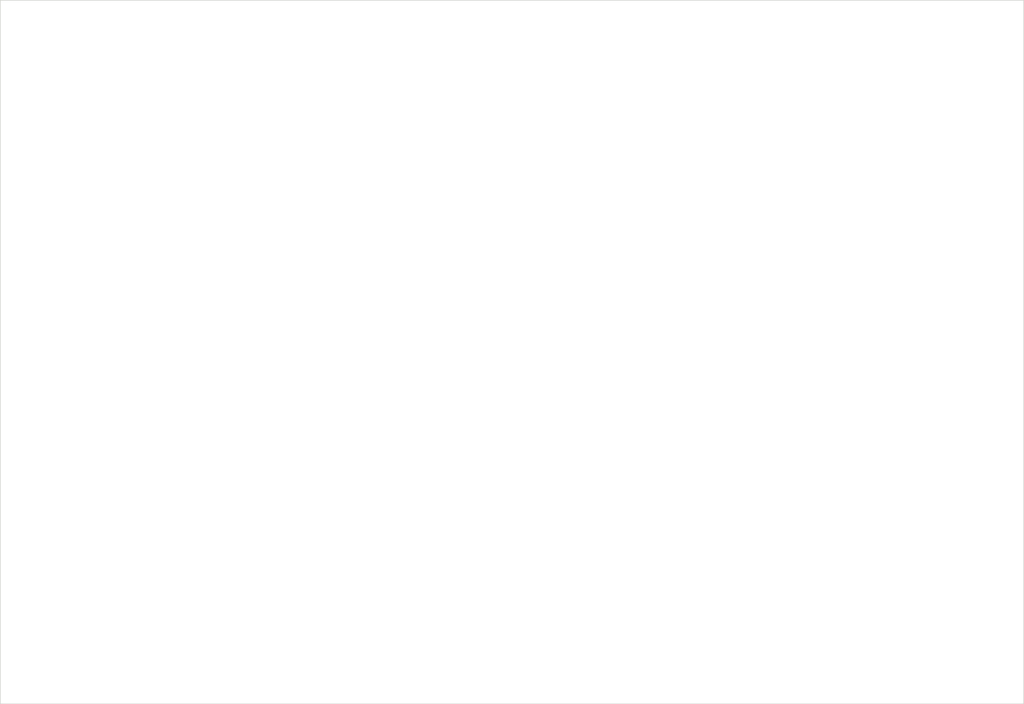
<source format=kicad_pcb>
(kicad_pcb
  (version 20230121)
  (generator kicad-mcp)
  (general
    (thickness 1.6)
  )
  (paper "A4")
  (title_block
    (title "led_blinker_test")
    (date "")
    (rev "")
    (company "")
    (comment 1 "LED circuit test with proper S-expression format")
  )

  (layers
    (0 "F.Cu" signal)
    (31 "B.Cu" signal)
    (32 "B.Adhes" user "B.Adhesive")
    (33 "F.Adhes" user "F.Adhesive")
    (34 "B.Paste" user)
    (35 "F.Paste" user)
    (36 "B.SilkS" user "B.Silkscreen")
    (37 "F.SilkS" user "F.Silkscreen")
    (38 "B.Mask" user)
    (39 "F.Mask" user)
    (40 "Dwgs.User" user "User.Drawings")
    (41 "Cmts.User" user "User.Comments")
    (42 "Eco1.User" user "User.Eco1")
    (43 "Eco2.User" user "User.Eco2")
    (44 "Edge.Cuts" user)
    (45 "Margin" user)
    (46 "B.CrtYd" user "B.Courtyard")
    (47 "F.CrtYd" user "F.Courtyard")
    (48 "B.Fab" user)
    (49 "F.Fab" user)
  )

  (setup
    (stackup
      (layer "F.SilkS"
        (type "Top Silk Screen")
      )
      (layer "F.Paste"
        (type "Top Solder Paste")
      )
      (layer "F.Mask"
        (type "Top Solder Mask")
        (color "Green")
        (thickness 0.01)
      )
      (layer "F.Cu"
        (type "copper")
        (thickness 0.035)
      )
      (layer "dielectric 1"
        (type "core")
        (thickness 1.53)
        (material "FR4")
        (epsilon_r 4.5)
        (loss_tangent 0.02)
      )
      (layer "B.Cu"
        (type "copper")
        (thickness 0.035)
      )
      (layer "B.Mask"
        (type "Bottom Solder Mask")
        (color "Green")
        (thickness 0.01)
      )
      (layer "B.Paste"
        (type "Bottom Solder Paste")
      )
      (layer "B.SilkS"
        (type "Bottom Silk Screen")
      )
      (copper_finish "None")
      (dielectric_constraints no)
    )
    (pad_to_mask_clearance 0)
    (pcbplotparams
      (layerselection 0x00010fc_ffffffff)
      (plot_on_all_layers_selection 0x0000000_00000000)
      (disableapertmacros false)
      (usegerberextensions false)
      (usegerberattributes true)
      (usegerberadvancedattributes true)
      (creategerberjobfile true)
      (dashed_line_dash_ratio 12.000000)
      (dashed_line_gap_ratio 3.000000)
      (svgprecision 4)
      (plotframeref false)
      (viasonmask false)
      (mode 1)
      (useauxorigin false)
      (hpglpennumber 1)
      (hpglpenspeed 20)
      (hpglpendiameter 15.000000)
      (dxfpolygonmode true)
      (dxfimperialunits true)
      (dxfusepcbnewfont true)
      (psnegative false)
      (psa4output false)
      (plotreference true)
      (plotvalue true)
      (plotinvisibletext false)
      (sketchpadsonfab false)
      (subtractmaskfromsilk false)
      (outputformat 1)
      (mirror false)
      (drillshape 1)
      (scaleselection 1)
      (outputdirectory "")
    )
  )

  (net 0 "")

  (gr_rect
    (start 20 20)
    (end 180 130)
    (stroke
      (width 0.1)
      (type solid)
    )
    (layer "Edge.Cuts")
    (tstamp 5136d8d9-ffb8-4cd6-8230-56d30bdac750)
  )
)

</source>
